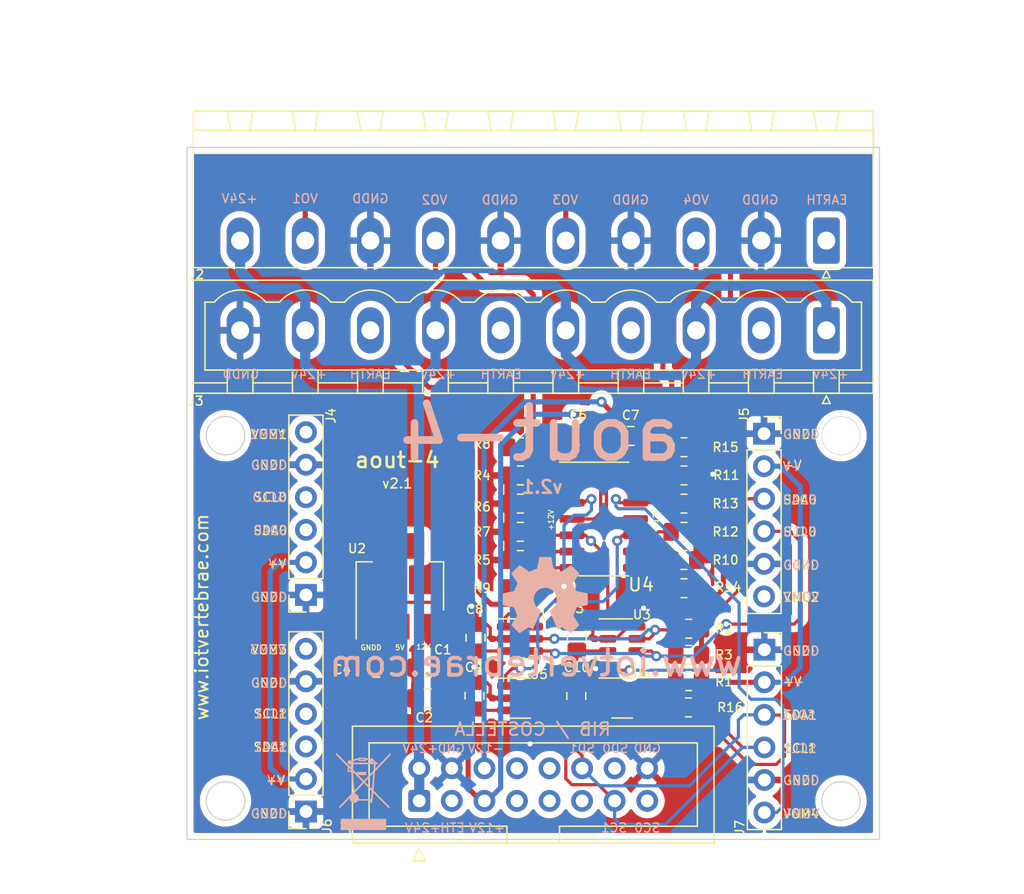
<source format=kicad_pcb>
(kicad_pcb (version 20211014) (generator pcbnew)
  (title_block (title "aout-4") (date "2023-04-06") (rev "1.1") (company "www.iotvertebrae.com") (comment 1 "Mechanical design: Xavier Pi") (comment 2 "Circuit & PCB design: Jordi Binefa"))
  (layers (0 "F.Cu" signal) (1 "In1.Cu" signal) (2 "In2.Cu" signal) (31 "B.Cu" signal) (34 "B.Paste" user) (35 "F.Paste" user) (36 "B.SilkS" user "B.Silkscreen") (37 "F.SilkS" user "F.Silkscreen") (38 "B.Mask" user) (39 "F.Mask" user) (44 "Edge.Cuts" user))
  (net 0 "")
  (net 1 "+12V")
  (net 2 "GNDD")
  (net 3 "+5VA")
  (net 4 "+5V")
  (net 5 "-12V")
  (net 6 "/SCL0")
  (net 7 "/SDA0")
  (net 8 "/SCL1")
  (net 9 "/SDA1")
  (net 14 "Earth")
  (net 15 "+VSW")
  (net 16 "/VO4")
  (net 17 "/VO3")
  (net 18 "/VO2")
  (net 19 "/VO1")
  (net 20 "/VOM1")
  (net 21 "/VOM2")
  (net 22 "/VOM3")
  (net 23 "Net-(R4-Pad2)")
  (net 24 "Net-(R5-Pad2)")
  (net 25 "Net-(R10-Pad2)")
  (net 26 "Net-(R11-Pad2)")
  (net 27 "/VOM4")
  (footprint "Connector_Phoenix_MSTB:PhoenixContact_MSTBVA_2,5_10-G-5,08_1x10_P5.08mm_Vertical" (layer "F.Cu") (at 168.36 80.2775 180)
    (fp_text reference "J3")
    (fp_text value "Conn_01x10")
  )
  (footprint "Resistor_SMD:R_0805_2012Metric_Pad1.20x1.40mm_HandSolder" (layer "F.Cu") (at 157.62 107.65)
    (fp_text reference "R1")
    (fp_text value "10K")
  )
  (footprint "Resistor_SMD:R_0805_2012Metric_Pad1.20x1.40mm_HandSolder" (layer "F.Cu") (at 157.25 91.6 180)
    (fp_text reference "R11")
    (fp_text value "10K")
  )
  (footprint "Resistor_SMD:R_0805_2012Metric_Pad1.20x1.40mm_HandSolder" (layer "F.Cu") (at 157.61 109.7)
    (fp_text reference "R16")
    (fp_text value "10K")
  )
  (footprint "Capacitor_SMD:C_0805_2012Metric_Pad1.18x1.45mm_HandSolder" (layer "F.Cu") (at 148.8325 88.5 180)
    (fp_text reference "C6")
    (fp_text value "100nF")
  )
  (footprint "Connector_PinSocket_2.54mm:PinSocket_1x06_P2.54mm_Vertical" (layer "F.Cu") (at 127.775 117.825 180)
    (fp_text reference "J6")
    (fp_text value "Conn_01x06")
  )
  (footprint "Package_TO_SOT_SMD:SOT-23-6" (layer "F.Cu") (at 144.49 108.98)
    (fp_text reference "U5")
    (fp_text value "MCP4725xxx-xCH")
  )
  (footprint "Connector_Phoenix_MSTB:PhoenixContact_MSTBA_2,5_10-G-5,08_1x10_P5.08mm_Horizontal" (layer "F.Cu") (at 168.36 73.2775 180)
    (fp_text reference "J2")
    (fp_text value "Conn_01x10")
  )
  (footprint "Resistor_SMD:R_0805_2012Metric_Pad1.20x1.40mm_HandSolder" (layer "F.Cu") (at 157.25 98.2 180)
    (fp_text reference "R10")
    (fp_text value "10K")
  )
  (footprint "Resistor_SMD:R_0805_2012Metric_Pad1.20x1.40mm_HandSolder" (layer "F.Cu") (at 144.5 98.2)
    (fp_text reference "R5")
    (fp_text value "10K")
  )
  (footprint "Resistor_SMD:R_0805_2012Metric_Pad1.20x1.40mm_HandSolder" (layer "F.Cu") (at 157.25 96 180)
    (fp_text reference "R12")
    (fp_text value "10K")
  )
  (footprint "Package_TO_SOT_SMD:SOT-223-3_TabPin2" (layer "F.Cu") (at 135.1 100.25 90)
    (fp_text reference "U2")
    (fp_text value "LD1117S50TR_SOT223")
  )
  (footprint "Package_SO:SOIC-14_3.9x8.7mm_P1.27mm" (layer "F.Cu") (at 151 95)
    (fp_text reference "U4")
    (fp_text value "TL074")
  )
  (footprint "Resistor_SMD:R_0805_2012Metric_Pad1.20x1.40mm_HandSolder" (layer "F.Cu") (at 157.25 89.4 180)
    (fp_text reference "R15")
    (fp_text value "30K")
  )
  (footprint "Resistor_SMD:R_0805_2012Metric_Pad1.20x1.40mm_HandSolder" (layer "F.Cu") (at 157.62 105.6)
    (fp_text reference "R3")
    (fp_text value "10K")
  )
  (footprint "Connector_PinSocket_2.54mm:PinSocket_1x06_P2.54mm_Vertical" (layer "F.Cu") (at 163.5 88.34)
    (fp_text reference "J5")
    (fp_text value "Conn_01x06")
  )
  (footprint "Capacitor_SMD:C_0805_2012Metric_Pad1.18x1.45mm_HandSolder" (layer "F.Cu") (at 133.2625 106.6 180)
    (fp_text reference "C4")
    (fp_text value "10uF")
  )
  (footprint "Capacitor_SMD:C_0805_2012Metric_Pad1.18x1.45mm_HandSolder" (layer "F.Cu") (at 148.9 104.1875 90)
    (fp_text reference "C3")
    (fp_text value "100nF")
  )
  (footprint "Resistor_SMD:R_0805_2012Metric_Pad1.20x1.40mm_HandSolder" (layer "F.Cu") (at 144.5 89.4)
    (fp_text reference "R8")
    (fp_text value "30K")
  )
  (footprint "Resistor_SMD:R_0805_2012Metric_Pad1.20x1.40mm_HandSolder" (layer "F.Cu") (at 144.5 100.4)
    (fp_text reference "R9")
    (fp_text value "30K")
  )
  (footprint "Resistor_SMD:R_0805_2012Metric_Pad1.20x1.40mm_HandSolder" (layer "F.Cu") (at 144.5 96)
    (fp_text reference "R7")
    (fp_text value "10K")
  )
  (footprint "Resistor_SMD:R_0805_2012Metric_Pad1.20x1.40mm_HandSolder" (layer "F.Cu") (at 157.25 100.4 180)
    (fp_text reference "R14")
    (fp_text value "30K")
  )
  (footprint "Resistor_SMD:R_0805_2012Metric_Pad1.20x1.40mm_HandSolder" (layer "F.Cu") (at 144.5 93.8)
    (fp_text reference "R6")
    (fp_text value "10K")
  )
  (footprint "Capacitor_SMD:C_0805_2012Metric_Pad1.18x1.45mm_HandSolder" (layer "F.Cu") (at 148.86 108.8075 90)
    (fp_text reference "C10")
    (fp_text value "100nF")
  )
  (footprint "Capacitor_SMD:C_0805_2012Metric_Pad1.18x1.45mm_HandSolder" (layer "F.Cu") (at 137.2875 106.6 180)
    (fp_text reference "C1")
    (fp_text value "100nF")
  )
  (footprint "Connector_PinSocket_2.54mm:PinSocket_1x06_P2.54mm_Vertical" (layer "F.Cu") (at 163.525 105.2)
    (fp_text reference "J7")
    (fp_text value "Conn_01x06")
  )
  (footprint "Resistor_SMD:R_0805_2012Metric_Pad1.20x1.40mm_HandSolder" (layer "F.Cu") (at 157.63 103.56)
    (fp_text reference "R2")
    (fp_text value "10K")
  )
  (footprint "Resistor_SMD:R_0805_2012Metric_Pad1.20x1.40mm_HandSolder" (layer "F.Cu") (at 157.25 93.8 180)
    (fp_text reference "R13")
    (fp_text value "10K")
  )
  (footprint "Package_TO_SOT_SMD:SOT-23-6" (layer "F.Cu") (at 144.4625 104.35)
    (fp_text reference "U1")
    (fp_text value "MCP4725xxx-xCH")
  )
  (footprint "Resistor_SMD:R_0805_2012Metric_Pad1.20x1.40mm_HandSolder" (layer "F.Cu") (at 144.5 91.6)
    (fp_text reference "R4")
    (fp_text value "10K")
  )
  (footprint "Capacitor_SMD:C_0805_2012Metric_Pad1.18x1.45mm_HandSolder" (layer "F.Cu") (at 153.0975 88.52 180)
    (fp_text reference "C7")
    (fp_text value "100nF")
  )
  (footprint "Capacitor_SMD:C_0805_2012Metric_Pad1.18x1.45mm_HandSolder" (layer "F.Cu") (at 137.2625 109 180)
    (fp_text reference "C2")
    (fp_text value "1uF")
  )
  (footprint "Package_TO_SOT_SMD:SOT-23-6" (layer "F.Cu") (at 152.45 104.35)
    (fp_text reference "U3")
    (fp_text value "MCP4725xxx-xCH")
  )
  (footprint "Capacitor_SMD:C_0805_2012Metric_Pad1.18x1.45mm_HandSolder" (layer "F.Cu") (at 141 104.2625 90)
    (fp_text reference "C8")
    (fp_text value "100nF")
  )
  (footprint "Connector_PinSocket_2.54mm:PinSocket_1x06_P2.54mm_Vertical" (layer "F.Cu") (at 127.775 100.925 180)
    (fp_text reference "J4")
    (fp_text value "Conn_01x06")
  )
  (footprint "Package_TO_SOT_SMD:SOT-23-6" (layer "F.Cu") (at 152.4375 108.97)
    (fp_text reference "U6")
    (fp_text value "MCP4725xxx-xCH")
  )
  (footprint "Connector_IDC:IDC-Header_2x08_P2.54mm_Vertical" (layer "F.Cu") (at 136.61 116.9925 90)
    (fp_text reference "J1")
    (fp_text value "Conn_02x08_Odd_Even")
  )
  (footprint "Capacitor_SMD:C_0805_2012Metric_Pad1.18x1.45mm_HandSolder" (layer "F.Cu") (at 140.92 108.7875 90)
    (fp_text reference "C9")
    (fp_text value "100nF")
  )
  (footprint "Symbol:OSHW-Symbol_6.7x6mm_SilkScreen" (layer "B.Cu") (at 146.45 100.95 180)
    (fp_text reference "REF**" hide)
    (fp_text value "OSHW-Symbol_6.7x6mm_SilkScreen" hide)
  )
  (footprint "Symbol:WEEE-Logo_4.2x6mm_SilkScreen" (layer "B.Cu") (at 132.25 116.25 180)
    (fp_text reference "REF**" hide)
    (fp_text value "WEEE-Logo_4.2x6mm_SilkScreen" hide)
  )
  (gr_rect (start 118.5 120) (end 172.5 66) (layer "Edge.Cuts") (width 0.1) (fill none))
  (gr_circle (center 169.5 117) (end 171 117) (layer "Edge.Cuts") (width 0.1) (fill none))
  (gr_circle (center 121.5 117) (end 123 117) (layer "Edge.Cuts") (width 0.1) (fill none))
  (gr_circle (center 169.5 88.5) (end 171 88.5) (layer "Edge.Cuts") (width 0.05) (fill none))
  (gr_circle (center 121.5 88.5) (end 123 88.5) (layer "Edge.Cuts") (width 0.1) (fill none))
  (gr_text "ETH" (at 139.2 119.1) (layer "B.SilkS") (effects (font (size 0.7 0.7) (thickness 0.11)) (justify mirror)))
  (gr_text "www.iotvertebrae.com" (at 145.7 106.25) (layer "B.SilkS") (effects (font (size 2 2) (thickness 0.3)) (justify mirror)))
  (gr_text "SDA0" (at 166.3 93.5) (layer "B.SilkS") (effects (font (size 0.7 0.7) (thickness 0.11)) (justify mirror)))
  (gr_text "EARTH" (at 153.1 83.7) (layer "B.SilkS") (effects (font (size 0.7 0.7) (thickness 0.11)) (justify mirror)))
  (gr_text "GNDD" (at 124.9 107.8) (layer "B.SilkS") (effects (font (size 0.7 0.7) (thickness 0.11)) (justify mirror)))
  (gr_text "VOM3" (at 124.8 105.2) (layer "B.SilkS") (effects (font (size 0.7 0.7) (thickness 0.11)) (justify mirror)))
  (gr_text "GNDD" (at 166.4 88.4) (layer "B.SilkS") (effects (font (size 0.7 0.7) (thickness 0.11)) (justify mirror)))
  (gr_text "SDA0" (at 125 95.9) (layer "B.SilkS") (effects (font (size 0.7 0.7) (thickness 0.11)) (justify mirror)))
  (gr_text "GNDD" (at 166.4 115.4) (layer "B.SilkS") (effects (font (size 0.7 0.7) (thickness 0.11)) (justify mirror)))
  (gr_text "+V" (at 125.6 98.5) (layer "B.SilkS") (effects (font (size 0.7 0.7) (thickness 0.11)) (justify mirror)))
  (gr_text "RIB / COSTELLA" (at 145.45 111.4) (layer "B.SilkS") (effects (font (size 1 1)) (justify mirror)))
  (gr_text "+V" (at 125.5 115.4) (layer "B.SilkS") (effects (font (size 0.7 0.7) (thickness 0.11)) (justify mirror)))
  (gr_text "+24V" (at 136.7 112.9) (layer "B.SilkS") (effects (font (size 0.7 0.7) (thickness 0.11)) (justify mirror)))
  (gr_text "+24V" (at 168.7 83.7) (layer "B.SilkS") (effects (font (size 0.7 0.7) (thickness 0.11)) (justify mirror)))
  (gr_text "SD1" (at 149.3 112.9) (layer "B.SilkS") (effects (font (size 0.7 0.7) (thickness 0.11)) (justify mirror)))
  (gr_text "SCL0" (at 166.3 96) (layer "B.SilkS") (effects (font (size 0.7 0.7) (thickness 0.11)) (justify mirror)))
  (gr_text "GNDD" (at 124.9 118) (layer "B.SilkS") (effects (font (size 0.7 0.7) (thickness 0.11)) (justify mirror)))
  (gr_text "VOM4" (at 166.4 118) (layer "B.SilkS") (effects (font (size 0.7 0.7) (thickness 0.11)) (justify mirror)))
  (gr_text "-12V" (at 141.8 112.9) (layer "B.SilkS") (effects (font (size 0.7 0.7) (thickness 0.11)) (justify mirror)))
  (gr_text "+24V" (at 122.6 70) (layer "B.SilkS") (effects (font (size 0.7 0.7) (thickness 0.11)) (justify mirror)))
  (gr_text "VOM2" (at 166.4 101.1) (layer "B.SilkS") (effects (font (size 0.7 0.7) (thickness 0.11)) (justify mirror)))
  (gr_text "GNDD" (at 124.9 90.8) (layer "B.SilkS") (effects (font (size 0.7 0.7) (thickness 0.11)) (justify mirror)))
  (gr_text "SD0" (at 151.9 112.9) (layer "B.SilkS") (effects (font (size 0.7 0.7) (thickness 0.11)) (justify mirror)))
  (gr_text "SDA1" (at 166.2 110.3) (layer "B.SilkS") (effects (font (size 0.7 0.7) (thickness 0.11)) (justify mirror)))
  (gr_text "+V" (at 165.9 107.7) (layer "B.SilkS") (effects (font (size 0.7 0.7) (thickness 0.11)) (justify mirror)))
  (gr_text "GNDD" (at 124.9 101.1) (layer "B.SilkS") (effects (font (size 0.7 0.7) (thickness 0.11)) (justify mirror)))
  (gr_text "GNDD" (at 142.9 70.1) (layer "B.SilkS") (effects (font (size 0.7 0.7) (thickness 0.11)) (justify mirror)))
  (gr_text "GNDD" (at 163.2 70.1) (layer "B.SilkS") (effects (font (size 0.7 0.7) (thickness 0.11)) (justify mirror)))
  (gr_text "VOM1" (at 124.8 88.4) (layer "B.SilkS") (effects (font (size 0.7 0.7) (thickness 0.11)) (justify mirror)))
  (gr_text "GNDD" (at 132.8 70) (layer "B.SilkS") (effects (font (size 0.7 0.7) (thickness 0.11)) (justify mirror)))
  (gr_text "VO2" (at 137.8 70.1) (layer "B.SilkS") (effects (font (size 0.7 0.7) (thickness 0.11)) (justify mirror)))
  (gr_text "+24V" (at 136.9 119.1) (layer "B.SilkS") (effects (font (size 0.7 0.7) (thickness 0.11)) (justify mirror)))
  (gr_text "+V" (at 165.7 90.9) (layer "B.SilkS") (effects (font (size 0.7 0.7) (thickness 0.11)) (justify mirror)))
  (gr_text "GNDD" (at 122.7 83.7) (layer "B.SilkS") (effects (font (size 0.7 0.7) (thickness 0.11)) (justify mirror)))
  (gr_text "SCL0" (at 124.9 93.3) (layer "B.SilkS") (effects (font (size 0.7 0.7) (thickness 0.11)) (justify mirror)))
  (gr_text "+12V" (at 141.9 119.1) (layer "B.SilkS") (effects (font (size 0.7 0.7) (thickness 0.11)) (justify mirror)))
  (gr_text "SC1" (at 151.8 119.1) (layer "B.SilkS") (effects (font (size 0.7 0.7) (thickness 0.11)) (justify mirror)))
  (gr_text "VO4" (at 158.2 70.1) (layer "B.SilkS") (effects (font (size 0.7 0.7) (thickness 0.11)) (justify mirror)))
  (gr_text "EARTH" (at 163.4 83.7) (layer "B.SilkS") (effects (font (size 0.7 0.7) (thickness 0.11)) (justify mirror)))
  (gr_text "+24V" (at 128 83.7) (layer "B.SilkS") (effects (font (size 0.7 0.7) (thickness 0.11)) (justify mirror)))
  (gr_text "GNDD" (at 153.1 70.1) (layer "B.SilkS") (effects (font (size 0.7 0.7) (thickness 0.11)) (justify mirror)))
  (gr_text "EARTH" (at 132.8 83.7) (layer "B.SilkS") (effects (font (size 0.7 0.7) (thickness 0.11)) (justify mirror)))
  (gr_text "aout-4" (at 146.05 88.35) (layer "B.SilkS") (effects (font (size 4 4) (thickness 0.6)) (justify mirror)))
  (gr_text "GNDD" (at 166.4 105.3) (layer "B.SilkS") (effects (font (size 0.7 0.7) (thickness 0.11)) (justify mirror)))
  (gr_text "VO1" (at 127.7 70) (layer "B.SilkS") (effects (font (size 0.7 0.7) (thickness 0.11)) (justify mirror)))
  (gr_text "EARTH" (at 168.4 70.1) (layer "B.SilkS") (effects (font (size 0.7 0.7) (thickness 0.11)) (justify mirror)))
  (gr_text "v2.1" (at 146.2 92.5) (layer "B.SilkS") (effects (font (size 1 1) (thickness 0.2)) (justify mirror)))
  (gr_text "SCL1" (at 166.3 112.9) (layer "B.SilkS") (effects (font (size 0.7 0.7) (thickness 0.11)) (justify mirror)))
  (gr_text "GNDD" (at 166.4 98.6) (layer "B.SilkS") (effects (font (size 0.7 0.7) (thickness 0.11)) (justify mirror)))
  (gr_text "GND" (at 139.1 112.9) (layer "B.SilkS") (effects (font (size 0.7 0.7) (thickness 0.11)) (justify mirror)))
  (gr_text "VO3" (at 148 70.1) (layer "B.SilkS") (effects (font (size 0.7 0.7) (thickness 0.11)) (justify mirror)))
  (gr_text "GND" (at 154.4 112.9) (layer "B.SilkS") (effects (font (size 0.7 0.7) (thickness 0.11)) (justify mirror)))
  (gr_text "+24V" (at 138.1 83.7) (layer "B.SilkS") (effects (font (size 0.7 0.7) (thickness 0.11)) (justify mirror)))
  (gr_text "SC0" (at 154.4 119.1) (layer "B.SilkS") (effects (font (size 0.7 0.7) (thickness 0.11)) (justify mirror)))
  (gr_text "EARTH" (at 143 83.7) (layer "B.SilkS") (effects (font (size 0.7 0.7) (thickness 0.11)) (justify mirror)))
  (gr_text "+24V" (at 158.4 83.7) (layer "B.SilkS") (effects (font (size 0.7 0.7) (thickness 0.11)) (justify mirror)))
  (gr_text "SCL1" (at 125 110.2) (layer "B.SilkS") (effects (font (size 0.7 0.7) (thickness 0.11)) (justify mirror)))
  (gr_text "SDA1" (at 125 112.8) (layer "B.SilkS") (effects (font (size 0.7 0.7) (thickness 0.11)) (justify mirror)))
  (gr_text "+24V" (at 148.2 83.7) (layer "B.SilkS") (effects (font (size 0.7 0.7) (thickness 0.11)) (justify mirror)))
  (gr_text "GNDD" (at 166.4 115.4) (layer "F.SilkS") (effects (font (size 0.7 0.7) (thickness 0.11))))
  (gr_text "GNDD" (at 166.4 88.4) (layer "F.SilkS") (effects (font (size 0.7 0.7) (thickness 0.11))))
  (gr_text "SCL1" (at 166.3 112.9) (layer "F.SilkS") (effects (font (size 0.7 0.7) (thickness 0.11))))
  (gr_text "+V" (at 125.5 98.5) (layer "F.SilkS") (effects (font (size 0.7 0.7) (thickness 0.11))))
  (gr_text "VOM3" (at 124.9 105.2) (layer "F.SilkS") (effects (font (size 0.7 0.7) (thickness 0.11))))
  (gr_text "GNDD" (at 124.9 90.8) (layer "F.SilkS") (effects (font (size 0.7 0.7) (thickness 0.11))))
  (gr_text "GNDD" (at 124.9 101.1) (layer "F.SilkS") (effects (font (size 0.7 0.7) (thickness 0.11))))
  (gr_text "12V" (at 136.94 104.98) (layer "F.SilkS") (effects (font (size 0.4 0.4) (thickness 0.08))))
  (gr_text "SCL1" (at 125 110.2) (layer "F.SilkS") (effects (font (size 0.7 0.7) (thickness 0.11))))
  (gr_text "GNDD" (at 132.85 105.03) (layer "F.SilkS") (effects (font (size 0.4 0.4) (thickness 0.08))))
  (gr_text "aout-4" (at 134.9 90.4) (layer "F.SilkS") (effects (font (size 1.2 1.2) (thickness 0.2))))
  (gr_text "SCL0" (at 125 93.3) (layer "F.SilkS") (effects (font (size 0.7 0.7) (thickness 0.11))))
  (gr_text "GNDD" (at 124.9 107.8) (layer "F.SilkS") (effects (font (size 0.7 0.7) (thickness 0.11))))
  (gr_text "SDA1" (at 166.3 110.3) (layer "F.SilkS") (effects (font (size 0.7 0.7) (thickness 0.11))))
  (gr_text "SDA1" (at 125 112.8) (layer "F.SilkS") (effects (font (size 0.7 0.7) (thickness 0.11))))
  (gr_text "5V" (at 135.1 105.03) (layer "F.SilkS") (effects (font (size 0.4 0.4) (thickness 0.08))))
  (gr_text "GNDD" (at 124.9 118) (layer "F.SilkS") (effects (font (size 0.7 0.7) (thickness 0.11))))
  (gr_text "GNDD" (at 166.4 105.3) (layer "F.SilkS") (effects (font (size 0.7 0.7) (thickness 0.11))))
  (gr_text "SDA0" (at 125 95.9) (layer "F.SilkS") (effects (font (size 0.7 0.7) (thickness 0.11))))
  (gr_text "GNDD" (at 166.4 98.6) (layer "F.SilkS") (effects (font (size 0.7 0.7) (thickness 0.11))))
  (gr_text "SDA0" (at 166.3 93.5) (layer "F.SilkS") (effects (font (size 0.7 0.7) (thickness 0.11))))
  (gr_text "VOM1" (at 124.9 88.4) (layer "F.SilkS") (effects (font (size 0.7 0.7) (thickness 0.11))))
  (gr_text "+12V" (at 146.89 95.08 90) (layer "F.SilkS") (effects (font (size 0.4 0.4) (thickness 0.08))))
  (gr_text "VOM2" (at 166.4 101.1) (layer "F.SilkS") (effects (font (size 0.7 0.7) (thickness 0.11))))
  (gr_text "v2.1" (at 134.9 92.23) (layer "F.SilkS") (effects (font (size 0.75 0.75) (thickness 0.12))))
  (gr_text "+V" (at 165.7 90.8) (layer "F.SilkS") (effects (font (size 0.7 0.7) (thickness 0.11))))
  (gr_text "+V" (at 125.4 115.4) (layer "F.SilkS") (effects (font (size 0.7 0.7) (thickness 0.11))))
  (gr_text "VOM4" (at 166.4 118) (layer "F.SilkS") (effects (font (size 0.7 0.7) (thickness 0.11))))
  (gr_text "-12V" (at 155.06 95.02 90) (layer "F.SilkS") (effects (font (size 0.4 0.4) (thickness 0.08))))
  (gr_text "+V" (at 165.7 107.7) (layer "F.SilkS") (effects (font (size 0.7 0.7) (thickness 0.11))))
  (gr_text "www.iotvertebrae.com" (at 119.65 102.65 90) (layer "F.SilkS") (effects (font (size 1 1))))
  (gr_text "SCL0" (at 166.3 96) (layer "F.SilkS") (effects (font (size 0.7 0.7) (thickness 0.11))))
  (segment (start 148.64 86.83) (end 149.52 86.83) (width 0.4) (layer "F.Cu") (net 1))
  (segment (start 148.525 95) (end 150.26 95) (width 0.25) (layer "F.Cu") (net 1))
  (segment (start 138.325 105.325) (end 138.325 106.6) (width 0.8) (layer "F.Cu") (net 1))
  (segment (start 138.94 112.64) (end 138.3 112) (width 0.4) (layer "F.Cu") (net 1))
  (segment (start 149.87 89.97) (end 149.87 88.5) (width 0.25) (layer "F.Cu") (net 1))
  (segment (start 139.72 112.64) (end 138.94 112.64) (width 0.4) (layer "F.Cu") (net 1))
  (segment (start 138.325 108.975) (end 138.3 109) (width 0.8) (layer "F.Cu") (net 1))
  (segment (start 150.76 90.86) (end 149.87 89.97) (width 0.25) (layer "F.Cu") (net 1))
  (segment (start 140.42 113.34) (end 139.72 112.64) (width 0.4) (layer "F.Cu") (net 1))
  (segment (start 150.76 94.5) (end 150.76 90.86) (width 0.25) (layer "F.Cu") (net 1))
  (segment (start 149.87 87.18) (end 149.87 88.5) (width 0.4) (layer "F.Cu") (net 1))
  (segment (start 140.42 116) (end 140.42 113.34) (width 0.4) (layer "F.Cu") (net 1))
  (segment (start 137.4 104.4) (end 138.325 105.325) (width 0.8) (layer "F.Cu") (net 1))
  (segment (start 150.26 95) (end 150.76 94.5) (width 0.25) (layer "F.Cu") (net 1))
  (segment (start 137.4 103.4) (end 137.4 104.4) (width 0.8) (layer "F.Cu") (net 1))
  (segment (start 149.52 86.83) (end 149.87 87.18) (width 0.4) (layer "F.Cu") (net 1))
  (segment (start 138.325 106.6) (end 138.325 108.975) (width 0.8) (layer "F.Cu") (net 1))
  (segment (start 138.3 112) (end 138.3 109) (width 0.4) (layer "F.Cu") (net 1))
  (segment (start 141.67 117.25) (end 140.42 116) (width 0.4) (layer "F.Cu") (net 1))
  (via (at 148.64 86.83) (size 0.8) (drill 0.4) (layers "F.Cu" "B.Cu") (net 1))
  (segment (start 142.96 115.96) (end 142.96 89.21) (width 0.4) (layer "B.Cu") (net 1))
  (segment (start 145.34 86.83) (end 148.64 86.83) (width 0.4) (layer "B.Cu") (net 1))
  (segment (start 142.96 89.21) (end 145.34 86.83) (width 0.4) (layer "B.Cu") (net 1))
  (segment (start 141.67 117.25) (end 142.96 115.96) (width 0.4) (layer "B.Cu") (net 1))
  (segment (start 141.875 103.225) (end 142.15 103.5) (width 0.25) (layer "F.Cu") (net 2))
  (segment (start 140.92 106.5995) (end 140.8705 106.55) (width 0.25) (layer "F.Cu") (net 2))
  (segment (start 141.87 107.75) (end 140.92 107.75) (width 0.25) (layer "F.Cu") (net 2))
  (segment (start 152.9 103.4) (end 153.5875 103.4) (width 0.25) (layer "F.Cu") (net 2))
  (segment (start 159.4 91.6) (end 159.5 91.5) (width 0.4) (layer "F.Cu") (net 2))
  (segment (start 132.8 104.53) (end 132.2 105.13) (width 0.8) (layer "F.Cu") (net 2))
  (segment (start 153.5875 102.4725) (end 154.1 101.96) (width 0.25) (layer "F.Cu") (net 2))
  (segment (start 141 102.11) (end 140.7 101.81) (width 0.25) (layer "F.Cu") (net 2))
  (segment (start 141 103.225) (end 141 102.11) (width 0.25) (layer "F.Cu") (net 2))
  (segment (start 140.95 107.95) (end 141 108) (width 0.25) (layer "F.Cu") (net 2))
  (segment (start 142.14 108.7) (end 142.14 108.02) (width 0.25) (layer "F.Cu") (net 2))
  (segment (start 132.2 105.13) (end 132.2 106.575) (width 0.8) (layer "F.Cu") (net 2))
  (segment (start 148.86 107.77) (end 148.86 106.81) (width 0.25) (layer "F.Cu") (net 2))
  (segment (start 148.9 103.15) (end 149.7 103.15) (width 0.25) (layer "F.Cu") (net 2))
  (segment (start 151.86 108.97) (end 152.81 108.02) (width 0.25) (layer "F.Cu") (net 2))
  (segment (start 143.3525 108.98) (end 142.42 108.98) (width 0.25) (layer "F.Cu") (net 2))
  (segment (start 151.3 108.97) (end 151.86 108.97) (width 0.25) (layer "F.Cu") (net 2))
  (segment (start 142.15 104.15) (end 142.35 104.35) (width 0.25) (layer "F.Cu") (net 2))
  (segment (start 150.15 104.15) (end 150.35 104.35) (width 0.25) (layer "F.Cu") (net 2))
  (segment (start 142.14 108.02) (end 141.87 107.75) (width 0.25) (layer "F.Cu") (net 2))
  (segment (start 141 103.225) (end 141.875 103.225) (width 0.25) (layer "F.Cu") (net 2))
  (segment (start 150.085 108.865) (end 150.085 107.945) (width 0.25) (layer "F.Cu") (net 2))
  (segment (start 142.42 108.98) (end 142.14 108.7) (width 0.25) (layer "F.Cu") (net 2))
  (segment (start 149.7 103.15) (end 150.15 103.6) (width 0.25) (layer "F.Cu") (net 2))
  (segment (start 158.25 91.6) (end 159.4 91.6) (width 0.4) (layer "F.Cu") (net 2))
  (segment (start 149.91 107.77) (end 150.085 107.945) (width 0.25) (layer "F.Cu") (net 2))
  (segment (start 152.81 108.02) (end 153.575 108.02) (width 0.25) (layer "F.Cu") (net 2))
  (segment (start 142.15 103.5) (end 142.15 104.15) (width 0.25) (layer "F.Cu") (net 2))
  (segment (start 132.8 103.4) (end 132.8 104.53) (width 0.8) (layer "F.Cu") (net 2))
  (segment (start 148.86 106.81) (end 148.99 106.68) (width 0.25) (layer "F.Cu") (net 2))
  (segment (start 148.99 106.68) (end 150.37 106.68) (width 0.25) (layer "F.Cu") (net 2))
  (segment (start 150.15 103.6) (end 150.15 104.15) (width 0.25) (layer "F.Cu") (net 2))
  (segment (start 151.3125 104.35) (end 151.95 104.35) (width 0.25) (layer "F.Cu") (net 2))
  (segment (start 151.95 104.35) (end 152.9 103.4) (width 0.25) (layer "F.Cu") (net 2))
  (segment (start 150.35 104.35) (end 151.3125 104.35) (width 0.25) (layer "F.Cu") (net 2))
  (segment (start 151.3 108.97) (end 150.19 108.97) (width 0.25) (layer "F.Cu") (net 2))
  (segment (start 140.92 107.75) (end 140.92 106.5995) (width 0.25) (layer "F.Cu") (net 2))
  (segment (start 153.5875 103.4) (end 153.5875 102.4725) (width 0.25) (layer "F.Cu") (net 2))
  (segment (start 148.86 107.77) (end 149.91 107.77) (width 0.25) (layer "F.Cu") (net 2))
  (segment (start 142.35 104.35) (end 143.325 104.35) (width 0.25) (layer "F.Cu") (net 2))
  (segment (start 132.2 106.575) (end 132.225 106.6) (width 0.8) (layer "F.Cu") (net 2))
  (segment (start 150.19 108.97) (end 150.085 108.865) (width 0.25) (layer "F.Cu") (net 2))
  (via (at 140.8705 106.55) (size 0.8) (drill 0.4) (layers "F.Cu" "B.Cu") (net 2))
  (via (at 150.37 106.68) (size 0.8) (drill 0.4) (layers "F.Cu" "B.Cu") (net 2))
  (via (at 159.5 91.5) (size 0.8) (drill 0.4) (layers "F.Cu" "B.Cu") (net 2))
  (via (at 154.1 101.96) (size 0.8) (drill 0.4) (layers "F.Cu" "B.Cu") (net 2))
  (via (at 140.7 101.81) (size 0.8) (drill 0.4) (layers "F.Cu" "B.Cu") (net 2))
  (via (at 145.25 112.55) (size 0.8) (drill 0.4) (layers "F.Cu" "B.Cu") (net 2))
  (segment (start 139.6 109.45) (end 139.6 105.8) (width 0.25) (layer "F.Cu") (net 3))
  (segment (start 135.1 99.99) (end 135.1 101.15) (width 0.4) (layer "F.Cu") (net 3))
  (segment (start 144.82 108.03) (end 145.6275 108.03) (width 0.25) (layer "F.Cu") (net 3))
  (segment (start 144.16 109.93) (end 144.52 109.57) (width 0.25) (layer "F.Cu") (net 3))
  (segment (start 144 105.3) (end 144.45 104.85) (width 0.25) (layer "F.Cu") (net 3))
  (segment (start 135.1 101.95) (end 135.1 101.75) (width 0.4) (layer "F.Cu") (net 3))
  (segment (start 139.6 105.8) (end 139.6 105.15) (width 0.25) (layer "F.Cu") (net 3))
  (segment (start 143.3525 109.93) (end 144.16 109.93) (width 0.25) (layer "F.Cu") (net 3))
  (segment (start 135.1 101.95) (end 135.1 103.4) (width 0.4) (layer "F.Cu") (net 3))
  (segment (start 144.52 109.57) (end 144.52 108.33) (width 0.25) (layer "F.Cu") (net 3))
  (segment (start 135.1 101.75) (end 135.35 101.5) (width 0.4) (layer "F.Cu") (net 3))
  (segment (start 135.1 101.15) (end 135.1 101.5) (width 0.4) (layer "F.Cu") (net 3))
  (segment (start 144.8 103.4) (end 145.6 103.4) (width 0.25) (layer "F.Cu") (net 3))
  (segment (start 139.6 105.45) (end 139.75 105.3) (width 0.25) (layer "F.Cu") (net 3))
  (segment (start 151.3125 105.3) (end 148.975 105.3) (width 0.25) (layer "F.Cu") (net 3))
  (segment (start 145.76 107.4) (end 146.9 107.4) (width 0.25) (layer "F.Cu") (net 3))
  (segment (start 135.1 99.27) (end 135.1 99.48) (width 0.4) (layer "F.Cu") (net 3))
  (segment (start 138.85 104.1) (end 138.85 102.85) (width 0.25) (layer "F.Cu") (net 3))
  (segment (start 151.3 109.92) (end 148.935 109.92) (width 0.25) (layer "F.Cu") (net 3))
  (segment (start 146.9 108.2) (end 146.9 107.4) (width 0.25) (layer "F.Cu") (net 3))
  (segment (start 135.1 101.25) (end 135.35 101.5) (width 0.4) (layer "F.Cu") (net 3))
  (segment (start 148.9 105.95) (end 148.9 105.225) (width 0.25) (layer "F.Cu") (net 3))
  (segment (start 139.975 109.825) (end 139.6 109.45) (width 0.25) (layer "F.Cu") (net 3))
  (segment (start 147.45 108.75) (end 146.9 108.2) (width 0.25) (layer "F.Cu") (net 3))
  (segment (start 139.75 105.3) (end 139.6 105.15) (width 0.25) (layer "F.Cu") (net 3))
  (segment (start 135.1 97.1) (end 135.1 99.27) (width 0.4) (layer "F.Cu") (net 3))
  (segment (start 135.1 101.5) (end 135.1 101.95) (width 0.4) (layer "F.Cu") (net 3))
  (segment (start 144.45 103.75) (end 144.8 103.4) (width 0.25) (layer "F.Cu") (net 3))
  (segment (start 135.1 104.61) (end 134.3 105.41) (width 0.8) (layer "F.Cu") (net 3))
  (segment (start 135.1 103.4) (end 135.1 104.61) (width 0.8) (layer "F.Cu") (net 3))
  (segment (start 134.3 105.41) (end 134.3 106.6) (width 0.8) (layer "F.Cu") (net 3))
  (segment (start 135.35 101.5) (end 135.1 101.5) (width 0.25) (layer "F.Cu") (net 3))
  (segment (start 148.15 106.15) (end 148.7 106.15) (width 0.25) (layer "F.Cu") (net 3))
  (segment (start 135.1 99.48) (end 135.1 99.99) (width 0.4) (layer "F.Cu") (net 3))
  (segment (start 139.6 105.8) (end 139.6 105.45) (width 0.25) (layer "F.Cu") (net 3))
  (segment (start 147.825 109.845) (end 147.45 109.47) (width 0.25) (layer "F.Cu") (net 3))
  (segment (start 139.6 104.85) (end 138.85 104.1) (width 0.25) (layer "F.Cu") (net 3))
  (segment (start 141.025 109.93) (end 140.92 109.825) (width 0.25) (layer "F.Cu") (net 3))
  (segment (start 140.92 109.825) (end 139.975 109.825) (width 0.25) (layer "F.Cu") (net 3))
  (segment (start 148.935 109.92) (end 148.86 109.845) (width 0.25) (layer "F.Cu") (net 3))
  (segment (start 138.85 102.05) (end 138.3 101.5) (width 0.25) (layer "F.Cu") (net 3))
  (segment (start 143.3525 109.93) (end 141.025 109.93) (width 0.25) (layer "F.Cu") (net 3))
  (segment (start 135.1 101.15) (end 135.1 101.25) (width 0.4) (layer "F.Cu") (net 3))
  (segment (start 145.6275 107.5325) (end 145.76 107.4) (width 0.25) (layer "F.Cu") (net 3))
  (segment (start 144.52 108.33) (end 144.82 108.03) (width 0.25) (layer "F.Cu") (net 3))
  (segment (start 148.7 106.15) (end 148.9 105.95) (width 0.25) (layer "F.Cu") (net 3))
  (segment (start 147.45 109.47) (end 147.45 108.75) (width 0.25) (layer "F.Cu") (net 3))
  (segment (start 144.45 104.85) (end 144.45 103.75) (width 0.25) (layer "F.Cu") (net 3))
  (segment (start 148.975 105.3) (end 148.9 105.225) (width 0.25) (layer "F.Cu") (net 3))
  (segment (start 139.6 105.15) (end 139.6 104.85) (width 0.25) (layer "F.Cu") (net 3))
  (segment (start 143.325 105.3) (end 144 105.3) (width 0.25) (layer "F.Cu") (net 3))
  (segment (start 145.6275 108.03) (end 145.6275 107.5325) (width 0.25) (layer "F.Cu") (net 3))
  (segment (start 141 105.3) (end 139.75 105.3) (width 0.25) (layer "F.Cu") (net 3))
  (segment (start 138.85 102.85) (end 138.85 102.05) (width 0.25) (layer "F.Cu") (net 3))
  (segment (start 148.86 109.845) (end 147.825 109.845) (width 0.25) (layer "F.Cu") (net 3))
  (segment (start 143.325 105.3) (end 141 105.3) (width 0.25) (layer "F.Cu") (net 3))
  (segment (start 146.9 107.4) (end 148.15 106.15) (width 0.25) (layer "F.Cu") (net 3))
  (segment (start 138.3 101.5) (end 135.35 101.5) (width 0.25) (layer "F.Cu") (net 3))
  (segment (start 158.62 107.65) (end 158.62 105.6) (width 0.4) (layer "F.Cu") (net 4))
  (segment (start 158.62 105.6) (end 158.62 103.57) (width 0.4) (layer "F.Cu") (net 4))
  (segment (start 158.62 107.65) (end 158.62 109.69) (width 0.4) (layer "F.Cu") (net 4))
  (segment (start 158.71 107.74) (end 158.62 107.65) (width 0.4) (layer "F.Cu") (net 4))
  (segment (start 163.525 107.74) (end 158.71 107.74) (width 0.4) (layer "F.Cu") (net 4))
  (segment (start 158.62 109.69) (end 158.61 109.7) (width 0.4) (layer "F.Cu") (net 4))
  (segment (start 158.62 103.57) (end 158.63 103.56) (width 0.4) (layer "F.Cu") (net 4))
  (segment (start 124.99 114.39) (end 125.885 115.285) (width 0.4) (layer "B.Cu") (net 4))
  (segment (start 166.33 106.56) (end 166.33 92.47) (width 0.4) (layer "B.Cu") (net 4))
  (segment (start 163.525 107.74) (end 165.15 107.74) (width 0.4) (layer "B.Cu") (net 4))
  (segment (start 165.15 107.74) (end 166.33 106.56) (width 0.4) (layer "B.Cu") (net 4))
  (segment (start 127.775 98.385) (end 125.695 98.385) (width 0.4) (layer "B.Cu") (net 4))
  (segment (start 166.33 92.47) (end 164.74 90.88) (width 0.4) (layer "B.Cu") (net 4))
  (segment (start 164.74 90.88) (end 163.5 90.88) (width 0.4) (layer "B.Cu") (net 4))
  (segment (start 125.885 115.285) (end 127.775 115.285) (width 0.4) (layer "B.Cu") (net 4))
  (segment (start 124.99 99.09) (end 124.99 114.39) (width 0.4) (layer "B.Cu") (net 4))
  (segment (start 125.695 98.385) (end 124.99 99.09) (width 0.4) (layer "B.Cu") (net 4))
  (segment (start 151.21 90.82) (end 152.06 89.97) (width 0.25) (layer "F.Cu") (net 5))
  (segment (start 152.06 88.52) (end 152.06 89.97) (width 0.25) (layer "F.Cu") (net 5))
  (segment (start 150.82 85.86) (end 152.06 87.1) (width 0.4) (layer "F.Cu") (net 5))
  (segment (start 153.475 95) (end 151.75 95) (width 0.25) (layer "F.Cu") (net 5))
  (segment (start 152.06 87.1) (end 152.06 88.52) (width 0.4) (layer "F.Cu") (net 5))
  (segment (start 151.75 95) (end 151.21 94.46) (width 0.25) (layer "F.Cu") (net 5))
  (segment (start 151.21 94.46) (end 151.21 90.82) (width 0.25) (layer "F.Cu") (net 5))
  (via (at 150.82 85.86) (size 0.8) (drill 0.4) (layers "F.Cu" "B.Cu") (net 5))
  (segment (start 144.83 85.86) (end 150.82 85.86) (width 0.4) (layer "B.Cu") (net 5))
  (segment (start 141.67 89.02) (end 144.83 85.86) (width 0.4) (layer "B.Cu") (net 5))
  (segment (start 141.67 114.71) (end 141.67 89.02) (width 0.4) (layer "B.Cu") (net 5))
  (segment (start 160.55 103.2) (end 165.85 103.2) (width 0.25) (layer "F.Cu") (net 6))
  (segment (start 154.7 105.3) (end 155.1 105.7) (width 0.25) (layer "F.Cu") (net 6))
  (segment (start 155.1 105.7) (end 156.52 105.7) (width 0.25) (layer "F.Cu") (net 6))
  (segment (start 165.54 95.96) (end 163.5 95.96) (width 0.25) (layer "F.Cu") (net 6))
  (segment (start 156.52 105.7) (end 156.62 105.6) (width 0.25) (layer "F.Cu") (net 6))
  (segment (start 165.85 103.2) (end 166.31 102.74) (width 0.25) (layer "F.Cu") (net 6))
  (segment (start 145.6 105.3) (end 147 105.3) (width 0.25) (layer "F.Cu") (net 6))
  (segment (start 153.5875 105.3) (end 154.7 105.3) (width 0.25) (layer "F.Cu") (net 6))
  (segment (start 166.31 102.74) (end 166.31 96.73) (width 0.25) (layer "F.Cu") (net 6))
  (segment (start 166.31 96.73) (end 165.54 95.96) (width 0.25) (layer "F.Cu") (net 6))
  (segment (start 147 105.3) (end 147.2 105.5) (width 0.25) (layer "F.Cu") (net 6))
  (via (at 155.1 105.7) (size 0.8) (drill 0.4) (layers "F.Cu" "B.Cu") (net 6))
  (via (at 160.55 103.2) (size 0.8) (drill 0.4) (layers "F.Cu" "B.Cu") (net 6))
  (via (at 147.2 105.5) (size 0.8) (drill 0.4) (layers "F.Cu" "B.Cu") (net 6))
  (segment (start 153.75 105.5) (end 153.95 105.7) (width 0.25) (layer "B.Cu") (net 6))
  (segment (start 153.95 105.7) (end 155.1 105.7) (width 0.25) (layer "B.Cu") (net 6))
  (segment (start 155.1 105.7) (end 158.05 105.7) (width 0.25) (layer "B.Cu") (net 6))
  (segment (start 147.2 105.5) (end 153.75 105.5) (width 0.25) (layer "B.Cu") (net 6))
  (segment (start 158.05 105.7) (end 160.55 103.2) (width 0.25) (layer "B.Cu") (net 6))
  (segment (start 161.43 94.23) (end 161.43 100.64) (width 0.25) (layer "F.Cu") (net 7))
  (segment (start 161.43 100.64) (end 159.66 102.41) (width 0.25) (layer "F.Cu") (net 7))
  (segment (start 156.54 103.65) (end 156.63 103.56) (width 0.25) (layer "F.Cu") (net 7))
  (segment (start 156.87 102.41) (end 156.63 102.65) (width 0.25) (layer "F.Cu") (net 7))
  (segment (start 145.6 104.35) (end 147.15 104.35) (width 0.25) (layer "F.Cu") (net 7))
  (segment (start 163.5 93.42) (end 162.24 93.42) (width 0.25) (layer "F.Cu") (net 7))
  (segment (start 153.5875 104.35) (end 154.55 104.35) (width 0.25) (layer "F.Cu") (net 7))
  (segment (start 156.63 102.65) (end 156.63 103.56) (width 0.25) (layer "F.Cu") (net 7))
  (segment (start 162.24 93.42) (end 161.43 94.23) (width 0.25) (layer "F.Cu") (net 7))
  (segment (start 159.66 102.41) (end 156.87 102.41) (width 0.25) (layer "F.Cu") (net 7))
  (segment (start 154.55 104.35) (end 155 103.9) (width 0.25) (layer "F.Cu") (net 7))
  (segment (start 155 103.65) (end 156.54 103.65) (width 0.25) (layer "F.Cu") (net 7))
  (segment (start 155 103.9) (end 155 103.65) (width 0.25) (layer "F.Cu") (net 7))
  (via (at 155 103.65) (size 0.8) (drill 0.4) (layers "F.Cu" "B.Cu") (net 7))
  (via (at 147.15 104.35) (size 0.8) (drill 0.4) (layers "F.Cu" "B.Cu") (net 7))
  (segment (start 154.45 103.65) (end 155 103.65) (width 0.25) (layer "B.Cu") (net 7))
  (segment (start 147.15 104.35) (end 153.75 104.35) (width 0.25) (layer "B.Cu") (net 7))
  (segment (start 153.75 104.35) (end 154.45 103.65) (width 0.25) (layer "B.Cu") (net 7))
  (segment (start 160.6 111.6) (end 161.82 112.82) (width 0.25) (layer "F.Cu") (net 8))
  (segment (start 151.85 116.9925) (end 150.5875 115.73) (width 0.25) (layer "F.Cu") (net 8))
  (segment (start 148.04 115.26) (end 148.04 113.09) (width 0.25) (layer "F.Cu") (net 8))
  (segment (start 145.6275 110.6775) (end 145.6275 109.93) (width 0.25) (layer "F.Cu") (net 8))
  (segment (start 148.51 115.73) (end 148.04 115.26) (width 0.25) (layer "F.Cu") (net 8))
  (segment (start 156.61 110.76) (end 157.45 111.6) (width 0.25) (layer "F.Cu") (net 8))
  (segment (start 150.5875 115.73) (end 148.51 115.73) (width 0.25) (layer "F.Cu") (net 8))
  (segment (start 155.2 109.92) (end 155.42 109.7) (width 0.25) (layer "F.Cu") (net 8))
  (segment (start 155.42 109.7) (end 156.61 109.7) (width 0.25) (layer "F.Cu") (net 8))
  (segment (start 156.61 109.7) (end 156.61 110.76) (width 0.25) (layer "F.Cu") (net 8))
  (segment (start 153.575 109.92) (end 155.2 109.92) (width 0.25) (layer "F.Cu") (net 8))
  (segment (start 157.45 111.6) (end 160.6 111.6) (width 0.25) (layer "F.Cu") (net 8))
  (segment (start 161.82 112.82) (end 163.525 112.82) (width 0.25) (layer "F.Cu") (net 8))
  (segment (start 148.04 113.09) (end 145.6275 110.6775) (width 0.25) (layer "F.Cu") (net 8))
  (segment (start 151.85 116.9925) (end 151.85 118.4) (width 0.25) (layer "B.Cu") (net 8))
  (segment (start 155.82 118.82) (end 152.27 118.82) (width 0.25) (layer "B.Cu") (net 8))
  (segment (start 161.82 112.82) (end 155.82 118.82) (width 0.25) (layer "B.Cu") (net 8))
  (segment (start 163.525 112.82) (end 161.82 112.82) (width 0.25) (layer "B.Cu") (net 8))
  (segment (start 151.85 118.4) (end 152.27 118.82) (width 0.25) (layer "B.Cu") (net 8))
  (segment (start 149.31 113.46) (end 146.85 111) (width 0.25) (layer "F.Cu") (net 9))
  (segment (start 165.1 113.5) (end 164.45 114.15) (width 0.25) (layer "F.Cu") (net 9))
  (segment (start 155.04 108.97) (end 155.24 108.77) (width 0.25) (layer "F.Cu") (net 9))
  (segment (start 156.2 112.15) (end 155.15 111.1) (width 0.25) (layer "F.Cu") (net 9))
  (segment (start 146.48 108.98) (end 146.85 109.35) (width 0.25) (layer "F.Cu") (net 9))
  (segment (start 163.545 110.3) (end 164.75 110.3) (width 0.25) (layer "F.Cu") (net 9))
  (segment (start 152.78 108.97) (end 153.575 108.97) (width 0.25) (layer "F.Cu") (net 9))
  (segment (start 155.24 108.77) (end 155.24 107.83) (width 0.25) (layer "F.Cu") (net 9))
  (segment (start 145.6275 108.98) (end 146.48 108.98) (width 0.25) (layer "F.Cu") (net 9))
  (segment (start 146.85 111) (end 146.85 109.35) (width 0.25) (layer "F.Cu") (net 9))
  (segment (start 164.75 110.3) (end 165.1 110.65) (width 0.25) (layer "F.Cu") (net 9))
  (segment (start 152.45 110.6) (end 152.45 109.3) (width 0.25) (layer "F.Cu") (net 9))
  (segment (start 153.575 108.97) (end 155.04 108.97) (width 0.25) (layer "F.Cu") (net 9))
  (segment (start 155.24 107.83) (end 155.42 107.65) (width 0.25) (layer "F.Cu") (net 9))
  (segment (start 152.45 109.3) (end 152.78 108.97) (width 0.25) (layer "F.Cu") (net 9))
  (segment (start 165.1 110.65) (end 165.1 113.5) (width 0.25) (layer "F.Cu") (net 9))
  (segment (start 162.35 114.15) (end 160.35 112.15) (width 0.25) (layer "F.Cu") (net 9))
  (segment (start 152.95 111.1) (end 152.45 110.6) (width 0.25) (layer "F.Cu") (net 9))
  (segment (start 160.35 112.15) (end 156.2 112.15) (width 0.25) (layer "F.Cu") (net 9))
  (segment (start 155.42 107.65) (end 156.62 107.65) (width 0.25) (layer "F.Cu") (net 9))
  (segment (start 164.45 114.15) (end 162.35 114.15) (width 0.25) (layer "F.Cu") (net 9))
  (segment (start 155.15 111.1) (end 152.95 111.1) (width 0.25) (layer "F.Cu") (net 9))
  (segment (start 149.31 114.4525) (end 149.31 113.46) (width 0.25) (layer "F.Cu") (net 9))
  (segment (start 163.525 110.28) (end 163.545 110.3) (width 0.25) (layer "F.Cu") (net 9))
  (segment (start 161.495 110.695) (end 161.91 110.28) (width 0.25) (layer "B.Cu") (net 9))
  (segment (start 150.675 115.8175) (end 157.6825 115.8175) (width 0.25) (layer "B.Cu") (net 9))
  (segment (start 161.5 112) (end 161.5 110.7) (width 0.25) (layer "B.Cu") (net 9))
  (segment (start 157.6825 115.8175) (end 158.025 115.475) (width 0.25) (layer "B.Cu") (net 9))
  (segment (start 149.31 114.4525) (end 150.675 115.8175) (width 0.25) (layer "B.Cu") (net 9))
  (segment (start 161.91 110.28) (end 163.525 110.28) (width 0.25) (layer "B.Cu") (net 9))
  (segment (start 161.5 110.7) (end 161.495 110.695) (width 0.25) (layer "B.Cu") (net 9))
  (segment (start 158.025 115.475) (end 161.5 112) (width 0.25) (layer "B.Cu") (net 9))
  (segment (start 168.36 78.02) (end 168.36 80.2775) (width 0.8) (layer "B.Cu") (net 15))
  (segment (start 159.6 76.79) (end 167.13 76.79) (width 0.8) (layer "B.Cu") (net 15))
  (segment (start 148.04 82.18) (end 149.64 83.78) (width 0.8) (layer "B.Cu") (net 15))
  (segment (start 137.88 83.13) (end 137.08 83.93) (width 0.8) (layer "B.Cu") (net 15))
  (segment (start 136.59 114.71) (end 136.59 85.48) (width 0.8) (layer "B.Cu") (net 15))
  (segment (start 158.2 80.2775) (end 158.2 78.19) (width 0.8) (layer "B.Cu") (net 15))
  (segment (start 136.59 84.42) (end 137.08 83.93) (width 0.8) (layer "B.Cu") (net 15))
  (segment (start 147.09 76.73) (end 148.04 77.68) (width 0.8) (layer "B.Cu") (net 15))
  (segment (start 148.04 77.68) (end 148.04 80.2775) (width 0.8) (layer "B.Cu") (net 15))
  (segment (start 127.72 82.98) (end 128.67 83.93) (width 0.8) (layer "B.Cu") (net 15))
  (segment (start 124 77) (end 127 77) (width 0.8) (layer "B.Cu") (net 15))
  (segment (start 136.59 85.48) (end 136.59 84.42) (width 0.8) (layer "B.Cu") (net 15))
  (segment (start 158.2 82.57) (end 158.2 80.2775) (width 0.8) (layer "B.Cu") (net 15))
  (segment (start 127 77) (end 127.72 77.72) (width 0.8) (layer "B.Cu") (net 15))
  (segment (start 148.04 80.2775) (end 148.04 82.18) (width 0.8) (layer "B.Cu") (net 15))
  (segment (start 128.67 83.93) (end 136 83.93) (width 0.8) (layer "B.Cu") (net 15))
  (segment (start 136.59 85.48) (end 136.59 84.52) (width 0.8) (layer "B.Cu") (net 15))
  (segment (start 136 83.93) (end 137.08 83.93) (width 0.8) (layer "B.Cu") (net 15))
  (segment (start 138.95 76.73) (end 147.09 76.73) (width 0.8) (layer "B.Cu") (net 15))
  (segment (start 137.88 80.2775) (end 137.88 77.8) (width 0.8) (layer "B.Cu") (net 15))
  (segment (start 122.64 75.64) (end 124 77) (width 0.8) (layer "B.Cu") (net 15))
  (segment (start 137.88 80.2775) (end 137.88 83.13) (width 0.8) (layer "B.Cu") (net 15))
  (segment (start 136.59 84.52) (end 136 83.93) (width 0.8) (layer "B.Cu") (net 15))
  (segment (start 127.72 80.2775) (end 127.72 82.98) (width 0.8) (layer "B.Cu") (net 15))
  (segment (start 122.64 73.2775) (end 122.64 75.64) (width 0.8) (layer "B.Cu") (net 15))
  (segment (start 156.99 83.78) (end 158.2 82.57) (width 0.8) (layer "B.Cu") (net 15))
  (segment (start 149.64 83.78) (end 156.99 83.78) (width 0.8) (layer "B.Cu") (net 15))
  (segment (start 167.13 76.79) (end 168.36 78.02) (width 0.8) (layer "B.Cu") (net 15))
  (segment (start 158.2 78.19) (end 159.6 76.79) (width 0.8) (layer "B.Cu") (net 15))
  (segment (start 137.88 77.8) (end 138.95 76.73) (width 0.8) (layer "B.Cu") (net 15))
  (segment (start 136.61 116.9925) (end 136.61 114.4525) (width 0.8) (layer "B.Cu") (net 15))
  (segment (start 127.72 77.72) (end 127.72 80.2775) (width 0.8) (layer "B.Cu") (net 15))
  (segment (start 156.3 84.18) (end 156.3 89.4) (width 0.4) (layer "F.Cu") (net 16))
  (segment (start 154.71 90.4) (end 154.71 91.05) (width 0.25) (layer "F.Cu") (net 16))
  (segment (start 155.71 89.4) (end 154.71 90.4) (width 0.25) (layer "F.Cu") (net 16))
  (segment (start 158.2 73.2775) (end 158.2 75.81) (width 0.4) (layer "F.Cu") (net 16))
  (segment (start 157.43 76.58) (end 156.07 76.58) (width 0.4) (layer "F.Cu") (net 16))
  (segment (start 156.07 76.58) (end 155.61 77.04) (width 0.4) (layer "F.Cu") (net 16))
  (segment (start 155.61 77.04) (end 155.61 83.49) (width 0.4) (layer "F.Cu") (net 16))
  (segment (start 156.25 89.4) (end 155.71 89.4) (width 0.25) (layer "F.Cu") (net 16))
  (segment (start 158.2 75.81) (end 157.43 76.58) (width 0.4) (layer "F.Cu") (net 16))
  (segment (start 155.61 83.49) (end 156.3 84.18) (width 0.4) (layer "F.Cu") (net 16))
  (segment (start 154.57 91.19) (end 153.475 91.19) (width 0.25) (layer "F.Cu") (net 16))
  (segment (start 154.71 91.05) (end 154.57 91.19) (width 0.25) (layer "F.Cu") (net 16))
  (segment (start 160.33 100.45) (end 158.99 101.79) (width 0.4) (layer "F.Cu") (net 17))
  (segment (start 160.33 84.01) (end 160.33 100.45) (width 0.4) (layer "F.Cu") (net 17))
  (segment (start 155.27 100.4) (end 156.25 100.4) (width 0.25) (layer "F.Cu") (net 17))
  (segment (start 153.475 98.81) (end 154.72 98.81) (width 0.25) (layer "F.Cu") (net 17))
  (segment (start 154.72 98.81) (end 155 99.09) (width 0.25) (layer "F.Cu") (net 17))
  (segment (start 158.99 101.79) (end 156.74 101.79) (width 0.4) (layer "F.Cu") (net 17))
  (segment (start 155 100.13) (end 155.27 100.4) (width 0.25) (layer "F.Cu") (net 17))
  (segment (start 160 69.4) (end 160.88 70.28) (width 0.4) (layer "F.Cu") (net 17))
  (segment (start 148.04 70.26) (end 148.9 69.4) (width 0.4) (layer "F.Cu") (net 17))
  (segment (start 148.9 69.4) (end 160 69.4) (width 0.4) (layer "F.Cu") (net 17))
  (segment (start 156.25 101.3) (end 156.25 100.4) (width 0.4) (layer "F.Cu") (net 17))
  (segment (start 155 99.09) (end 155 100.13) (width 0.25) (layer "F.Cu") (net 17))
  (segment (start 148.04 73.2775) (end 148.04 70.26) (width 0.4) (layer "F.Cu") (net 17))
  (segment (start 160.88 70.28) (end 160.88 83.46) (width 0.4) (layer "F.Cu") (net 17))
  (segment (start 160.88 83.46) (end 160.33 84.01) (width 0.4) (layer "F.Cu") (net 17))
  (segment (start 156.74 101.79) (end 156.25 101.3) (width 0.4) (layer "F.Cu") (net 17))
  (segment (start 137.88 73.2775) (end 137.88 75.87) (width 0.4) (layer "F.Cu") (net 18))
  (segment (start 145.5 101.35) (end 145.5 100.4) (width 0.4) (layer "F.Cu") (net 18))
  (segment (start 135.32 82.69) (end 137.36 84.73) (width 0.4) (layer "F.Cu") (net 18))
  (segment (start 146.66 100.4) (end 145.5 100.4) (width 0.25) (layer "F.Cu") (net 18))
  (segment (start 148.525 98.81) (end 147.18 98.81) (width 0.25) (layer "F.Cu") (net 18))
  (segment (start 145.2 101.65) (end 145.5 101.35) (width 0.4) (layer "F.Cu") (net 18))
  (segment (start 146.86 100.2) (end 146.66 100.4) (width 0.25) (layer "F.Cu") (net 18))
  (segment (start 137.04 76.71) (end 135.78 76.71) (width 0.4) (layer "F.Cu") (net 18))
  (segment (start 147.18 98.81) (end 146.86 99.13) (width 0.25) (layer "F.Cu") (net 18))
  (segment (start 142.2 101.65) (end 145.2 101.65) (width 0.4) (layer "F.Cu") (net 18))
  (segment (start 137.88 75.87) (end 137.04 76.71) (width 0.4) (layer "F.Cu") (net 18))
  (segment (start 139.46 84.73) (end 140.46 85.73) (width 0.4) (layer "F.Cu") (net 18))
  (segment (start 140.46 99.91) (end 142.2 101.65) (width 0.4) (layer "F.Cu") (net 18))
  (segment (start 135.32 77.17) (end 135.32 82.69) (width 0.4) (layer "F.Cu") (net 18))
  (segment (start 135.78 76.71) (end 135.32 77.17) (width 0.4) (layer "F.Cu") (net 18))
  (segment (start 140.46 85.73) (end 140.46 99.91) (width 0.4) (layer "F.Cu") (net 18))
  (segment (start 146.86 99.13) (end 146.86 100.2) (width 0.25) (layer "F.Cu") (net 18))
  (segment (start 137.36 84.73) (end 139.46 84.73) (width 0.4) (layer "F.Cu") (net 18))
  (segment (start 147.12 91.19) (end 148.525 91.19) (width 0.25) (layer "F.Cu") (net 19))
  (segment (start 146.9 89.96) (end 146.9 90.97) (width 0.25) (layer "F.Cu") (net 19))
  (segment (start 146.34 89.4) (end 146.9 89.96) (width 0.25) (layer "F.Cu") (net 19))
  (segment (start 140.5 70.4) (end 140.5 75.38) (width 0.4) (layer "F.Cu") (net 19))
  (segment (start 144.7 76.68) (end 145.5 77.48) (width 0.4) (layer "F.Cu") (net 19))
  (segment (start 139.5 69.4) (end 140.5 70.4) (width 0.4) (layer "F.Cu") (net 19))
  (segment (start 141.8 76.68) (end 144.7 76.68) (width 0.4) (layer "F.Cu") (net 19))
  (segment (start 127.72 73.2775) (end 127.72 70.18) (width 0.4) (layer "F.Cu") (net 19))
  (segment (start 128.5 69.4) (end 139.5 69.4) (width 0.4) (layer "F.Cu") (net 19))
  (segment (start 140.5 75.38) (end 141.8 76.68) (width 0.4) (layer "F.Cu") (net 19))
  (segment (start 146.9 90.97) (end 147.12 91.19) (width 0.25) (layer "F.Cu") (net 19))
  (segment (start 145.5 89.4) (end 146.34 89.4) (width 0.25) (layer "F.Cu") (net 19))
  (segment (start 145.5 77.48) (end 145.5 89.4) (width 0.4) (layer "F.Cu") (net 19))
  (segment (start 127.72 70.18) (end 128.5 69.4) (width 0.4) (layer "F.Cu") (net 19))
  (segment (start 143.4 102.6) (end 143.6 102.4) (width 0.25) (layer "F.Cu") (net 20))
  (segment (start 146.1 102.4) (end 146.15 102.4) (width 0.25) (layer "F.Cu") (net 20))
  (segment (start 145.5 93.8) (end 146.7 93.8) (width 0.25) (layer "F.Cu") (net 20))
  (segment (start 147.9 100.65) (end 147.9 100.25) (width 0.25) (layer "F.Cu") (net 20))
  (segment (start 143.325 102.675) (end 143.4 102.6) (width 0.25) (layer "F.Cu") (net 20))
  (segment (start 146.7 93.8) (end 146.77 93.73) (width 0.25) (layer "F.Cu") (net 20))
  (segment (start 146.15 102.4) (end 147.85 100.7) (width 0.25) (layer "F.Cu") (net 20))
  (segment (start 144.85 102.4) (end 146.1 102.4) (width 0.25) (layer "F.Cu") (net 20))
  (segment (start 148.525 93.73) (end 149.47 93.73) (width 0.25) (layer "F.Cu") (net 20))
  (segment (start 143.6 102.4) (end 144.85 102.4) (width 0.25) (layer "F.Cu") (net 20))
  (segment (start 149.47 93.73) (end 149.75 93.45) (width 0.25) (layer "F.Cu") (net 20))
  (segment (start 148.525 93.73) (end 146.77 93.73) (width 0.25) (layer "F.Cu") (net 20))
  (segment (start 143.325 103.4) (end 143.325 102.675) (width 0.25) (layer "F.Cu") (net 20))
  (segment (start 149.75 93.45) (end 150.0355 93.45) (width 0.25) (layer "F.Cu") (net 20))
  (segment (start 147.85 100.7) (end 147.9 100.65) (width 0.25) (layer "F.Cu") (net 20))
  (via (at 147.9 100.25) (size 0.8) (drill 0.4) (layers "F.Cu" "B.Cu") (net 20))
  (via (at 150.0355 93.45) (size 0.8) (drill 0.4) (layers "F.Cu" "B.Cu") (net 20))
  (segment (start 148.7 94.7) (end 149.65 94.7) (width 0.25) (layer "B.Cu") (net 20))
  (segment (start 147.9 95.5) (end 148.7 94.7) (width 0.25) (layer "B.Cu") (net 20))
  (segment (start 150.0355 93.45) (end 150.0355 94.3145) (width 0.25) (layer "B.Cu") (net 20))
  (segment (start 147.9 100.25) (end 147.9 95.5) (width 0.25) (layer "B.Cu") (net 20))
  (segment (start 149.65 94.7) (end 150.0355 94.3145) (width 0.25) (layer "B.Cu") (net 20))
  (segment (start 149.57 96.27) (end 150 96.7) (width 0.25) (layer "F.Cu") (net 21))
  (segment (start 151.3125 103.4) (end 151.3125 98.0125) (width 0.25) (layer "F.Cu") (net 21))
  (segment (start 148.525 96.27) (end 149.57 96.27) (width 0.25) (layer "F.Cu") (net 21))
  (segment (start 146.7 96) (end 145.5 96) (width 0.25) (layer "F.Cu") (net 21))
  (segment (start 151.3125 98.0125) (end 150 96.7) (width 0.25) (layer "F.Cu") (net 21))
  (segment (start 146.97 96.27) (end 146.7 96) (width 0.25) (layer "F.Cu") (net 21))
  (segment (start 148.525 96.27) (end 146.97 96.27) (width 0.25) (layer "F.Cu") (net 21))
  (via (at 150 96.7) (size 0.8) (drill 0.4) (layers "F.Cu" "B.Cu") (net 21))
  (segment (start 154.98 96.27) (end 155.25 96) (width 0.25) (layer "F.Cu") (net 22))
  (segment (start 143.3525 107.1775) (end 143.86 106.67) (width 0.25) (layer "F.Cu") (net 22))
  (segment (start 155.25 96) (end 156.25 96) (width 0.25) (layer "F.Cu") (net 22))
  (segment (start 152.48 96.27) (end 152.05 96.7) (width 0.25) (layer "F.Cu") (net 22))
  (segment (start 153.475 96.27) (end 152.48 96.27) (width 0.25) (layer "F.Cu") (net 22))
  (segment (start 143.3525 108.03) (end 143.3525 107.1775) (width 0.25) (layer "F.Cu") (net 22))
  (segment (start 143.86 106.67) (end 144.5 106.67) (width 0.25) (layer "F.Cu") (net 22))
  (segment (start 153.475 96.27) (end 154.98 96.27) (width 0.25) (layer "F.Cu") (net 22))
  (via (at 152.05 96.7) (size 0.8) (drill 0.4) (layers "F.Cu" "B.Cu") (net 22))
  (via (at 144.5 106.67) (size 0.8) (drill 0.4) (layers "F.Cu" "B.Cu") (net 22))
  (segment (start 145.85 102.7) (end 147.1 101.45) (width 0.25) (layer "B.Cu") (net 22))
  (segment (start 144.5 106.67) (end 145.38 106.67) (width 0.25) (layer "B.Cu") (net 22))
  (segment (start 147.1 101.45) (end 150.95 101.45) (width 0.25) (layer "B.Cu") (net 22))
  (segment (start 150.95 101.45) (end 152.05 100.35) (width 0.25) (layer "B.Cu") (net 22))
  (segment (start 145.38 106.67) (end 145.39 106.66) (width 0.25) (layer "B.Cu") (net 22))
  (segment (start 152.05 100.35) (end 152.05 96.7) (width 0.25) (layer "B.Cu") (net 22))
  (segment (start 145.85 106.2) (end 145.85 102.7) (width 0.25) (layer "B.Cu") (net 22))
  (segment (start 145.39 106.66) (end 145.85 106.2) (width 0.25) (layer "B.Cu") (net 22))
  (segment (start 146.4 91.6) (end 145.5 91.6) (width 0.25) (layer "F.Cu") (net 23))
  (segment (start 147.26 92.46) (end 146.4 91.6) (width 0.25) (layer "F.Cu") (net 23))
  (segment (start 143.5 89.4) (end 145.5 91.4) (width 0.25) (layer "F.Cu") (net 23))
  (segment (start 145.5 91.4) (end 145.5 91.6) (width 0.25) (layer "F.Cu") (net 23))
  (segment (start 148.525 92.46) (end 147.26 92.46) (width 0.25) (layer "F.Cu") (net 23))
  (segment (start 146.65 98.2) (end 145.5 98.2) (width 0.25) (layer "F.Cu") (net 24))
  (segment (start 143.5 100.4) (end 143.5 100.2) (width 0.25) (layer "F.Cu") (net 24))
  (segment (start 143.5 100.2) (end 145.5 98.2) (width 0.25) (layer "F.Cu") (net 24))
  (segment (start 148.525 97.54) (end 147.31 97.54) (width 0.25) (layer "F.Cu") (net 24))
  (segment (start 147.31 97.54) (end 146.65 98.2) (width 0.25) (layer "F.Cu") (net 24))
  (segment (start 156.25 98.2) (end 156.25 98.4) (width 0.25) (layer "F.Cu") (net 25))
  (segment (start 154.59 97.54) (end 153.475 97.54) (width 0.25) (layer "F.Cu") (net 25))
  (segment (start 156.25 98.4) (end 158.25 100.4) (width 0.25) (layer "F.Cu") (net 25))
  (segment (start 155.25 98.2) (end 154.59 97.54) (width 0.25) (layer "F.Cu") (net 25))
  (segment (start 156.25 98.2) (end 155.25 98.2) (width 0.25) (layer "F.Cu") (net 25))
  (segment (start 158.25 89.6) (end 156.25 91.6) (width 0.25) (layer "F.Cu") (net 26))
  (segment (start 158.25 89.4) (end 158.25 89.6) (width 0.25) (layer "F.Cu") (net 26))
  (segment (start 154.54 92.46) (end 155.4 91.6) (width 0.25) (layer "F.Cu") (net 26))
  (segment (start 155.4 91.6) (end 156.25 91.6) (width 0.25) (layer "F.Cu") (net 26))
  (segment (start 155.15 93.8) (end 155.08 93.73) (width 0.25) (layer "F.Cu") (net 27))
  (segment (start 151.3 108.02) (end 151.3 107.14) (width 0.25) (layer "F.Cu") (net 27))
  (segment (start 152.23 93.73) (end 151.95 93.45) (width 0.25) (layer "F.Cu") (net 27))
  (segment (start 156.25 93.8) (end 155.15 93.8) (width 0.25) (layer "F.Cu") (net 27))
  (segment (start 151.3 107.14) (end 151.64 106.8) (width 0.25) (layer "F.Cu") (net 27))
  (segment (start 153.475 93.73) (end 152.23 93.73) (width 0.25) (layer "F.Cu") (net 27))
  (segment (start 153.475 93.73) (end 155.08 93.73) (width 0.25) (layer "F.Cu") (net 27))
  (segment (start 151.64 106.8) (end 153 106.8) (width 0.25) (layer "F.Cu") (net 27))
  (via (at 151.95 93.45) (size 0.8) (drill 0.4) (layers "F.Cu" "B.Cu") (net 27))
  (via (at 153 106.8) (size 0.8) (drill 0.4) (layers "F.Cu" "B.Cu") (net 27))
  (segment (start 161.35 106.8) (end 161.555 106.595) (width 0.25) (layer "B.Cu") (net 27))
  (segment (start 161.555 108.135) (end 161.555 107.005) (width 0.25) (layer "B.Cu") (net 27))
  (segment (start 161.555 106.595) (end 161.555 101.555) (width 0.25) (layer "B.Cu") (net 27))
  (segment (start 164.97 117.42) (end 164.97 109.58) (width 0.25) (layer "B.Cu") (net 27))
  (segment (start 161.555 101.555) (end 154.2 94.2) (width 0.25) (layer "B.Cu") (net 27))
  (segment (start 152.15 94.2) (end 151.95 94) (width 0.25) (layer "B.Cu") (net 27))
  (segment (start 162.48 109.06) (end 161.555 108.135) (width 0.25) (layer "B.Cu") (net 27))
  (segment (start 151.95 94) (end 151.95 93.45) (width 0.25) (layer "B.Cu") (net 27))
  (segment (start 163.525 117.9) (end 164.49 117.9) (width 0.25) (layer "B.Cu") (net 27))
  (segment (start 164.49 117.9) (end 164.97 117.42) (width 0.25) (layer "B.Cu") (net 27))
  (segment (start 164.45 109.06) (end 162.48 109.06) (width 0.25) (layer "B.Cu") (net 27))
  (segment (start 164.97 109.58) (end 164.45 109.06) (width 0.25) (layer "B.Cu") (net 27))
  (segment (start 161.35 106.8) (end 161.555 107.005) (width 0.25) (layer "B.Cu") (net 27))
  (segment (start 154.2 94.2) (end 152.15 94.2) (width 0.25) (layer "B.Cu") (net 27))
  (segment (start 161.555 107.005) (end 161.555 106.595) (width 0.25) (layer "B.Cu") (net 27))
  (segment (start 153 106.8) (end 161.35 106.8) (width 0.25) (layer "B.Cu") (net 27))
  (zone (net 2) (net_name "GNDD") (layer "F.Cu") (connect_pads (clearance 0.508)) (min_thickness 0.254) (fill yes (thermal_gap 0.508) (thermal_bridge_width 0.508))
    (polygon (pts (xy 172.5 120) (xy 118.5 120) (xy 118.5 66) (xy 172.5 66)))
  )
  (zone (net 2) (net_name "GNDD") (layer "B.Cu") (connect_pads (clearance 0.508)) (min_thickness 0.254) (fill yes (thermal_gap 0.508) (thermal_bridge_width 0.508))
    (polygon (pts (xy 172.5 120) (xy 118.5 120) (xy 118.5 66) (xy 172.5 66)))
  )
)
</source>
